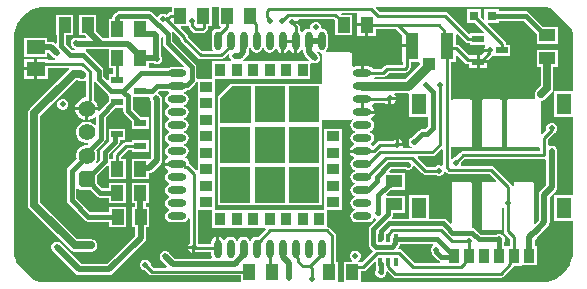
<source format=gbr>
G04*
G04 #@! TF.GenerationSoftware,Altium Limited,Altium Designer,23.0.1 (38)*
G04*
G04 Layer_Physical_Order=1*
G04 Layer_Color=255*
%FSLAX25Y25*%
%MOIN*%
G70*
G04*
G04 #@! TF.SameCoordinates,8F624F87-4904-4D54-B770-2945CE276165*
G04*
G04*
G04 #@! TF.FilePolarity,Positive*
G04*
G01*
G75*
%ADD14C,0.01000*%
%ADD16R,0.05906X0.04724*%
%ADD17R,0.03937X0.02362*%
%ADD18R,0.04134X0.05315*%
%ADD19R,0.04134X0.04331*%
%ADD20R,0.04331X0.08858*%
%ADD21R,0.05118X0.07087*%
%ADD22R,0.03543X0.04724*%
%ADD23R,0.05315X0.04134*%
%ADD24R,0.03150X0.03150*%
%ADD25R,0.01181X0.02756*%
%ADD45R,0.03937X0.03937*%
%ADD46R,0.10236X0.12205*%
%ADD47R,0.03543X0.04331*%
%ADD48R,0.04331X0.03543*%
%ADD49O,0.02362X0.06299*%
%ADD50O,0.06299X0.02362*%
%ADD51C,0.01500*%
%ADD52C,0.02000*%
%ADD53C,0.02500*%
%ADD54C,0.03000*%
%ADD55C,0.05512*%
G04:AMPARAMS|DCode=56|XSize=55.12mil|YSize=55.12mil|CornerRadius=13.78mil|HoleSize=0mil|Usage=FLASHONLY|Rotation=90.000|XOffset=0mil|YOffset=0mil|HoleType=Round|Shape=RoundedRectangle|*
%AMROUNDEDRECTD56*
21,1,0.05512,0.02756,0,0,90.0*
21,1,0.02756,0.05512,0,0,90.0*
1,1,0.02756,0.01378,0.01378*
1,1,0.02756,0.01378,-0.01378*
1,1,0.02756,-0.01378,-0.01378*
1,1,0.02756,-0.01378,0.01378*
%
%ADD56ROUNDEDRECTD56*%
%ADD57C,0.02000*%
%ADD58C,0.02500*%
G36*
X308272Y295631D02*
X350294D01*
Y293843D01*
X349985D01*
X349478Y293742D01*
X349047Y293455D01*
X348569Y292977D01*
X348520Y293026D01*
X347858Y293300D01*
X347142D01*
X346480Y293026D01*
X345974Y292520D01*
X345893Y292324D01*
X345403Y292226D01*
X344011Y293618D01*
X343498Y293960D01*
X342894Y294080D01*
X332747D01*
X332142Y293960D01*
X331630Y293618D01*
X331044Y293032D01*
X330701Y292519D01*
X330581Y291914D01*
Y291458D01*
X329294D01*
Y285095D01*
X327501D01*
X325205Y287390D01*
Y292957D01*
X319472D01*
Y286042D01*
X321362D01*
X321848Y285557D01*
X321656Y285095D01*
X319354D01*
X319353Y285095D01*
X319202Y285196D01*
X319025Y285231D01*
X318858Y285300D01*
X318677D01*
X318500Y285335D01*
X318323Y285300D01*
X318142D01*
X317975Y285231D01*
X317798Y285196D01*
X317647Y285095D01*
X317480Y285026D01*
X317353Y284898D01*
X317202Y284798D01*
X317102Y284647D01*
X316974Y284520D01*
X316905Y284353D01*
X316804Y284202D01*
X316769Y284025D01*
X316700Y283858D01*
Y283677D01*
X316665Y283500D01*
X316700Y283323D01*
Y283142D01*
X316769Y282975D01*
X316804Y282798D01*
X316905Y282647D01*
X316974Y282480D01*
X317102Y282353D01*
X317202Y282202D01*
X317443Y281962D01*
X318014Y281580D01*
X318020Y281543D01*
X317828Y281080D01*
X317122D01*
X315119Y283084D01*
Y286042D01*
X317528D01*
Y292957D01*
X311794D01*
Y286042D01*
X311958D01*
Y283369D01*
X311496Y283178D01*
X311333Y283341D01*
X310738Y283739D01*
X310035Y283879D01*
X308753D01*
Y285206D01*
X301247D01*
Y278881D01*
X308753D01*
Y280208D01*
X309275D01*
X310742Y278742D01*
X310892Y278641D01*
X311020Y278513D01*
X311187Y278444D01*
X311337Y278344D01*
X311427Y278326D01*
X311380Y277845D01*
X311374Y277825D01*
X308953D01*
Y278319D01*
X305500D01*
Y274957D01*
Y271595D01*
X308953D01*
Y275174D01*
X315955D01*
X316109Y274675D01*
X303022Y261588D01*
X302569Y260910D01*
X302410Y260110D01*
X302410Y260110D01*
Y229500D01*
X302410Y229500D01*
X302569Y228700D01*
X303022Y228022D01*
X316522Y214522D01*
X316522Y214522D01*
X317200Y214069D01*
X318000Y213910D01*
X323500D01*
X323702Y213950D01*
X323908D01*
X324098Y214029D01*
X324300Y214069D01*
X324471Y214183D01*
X324661Y214262D01*
X324807Y214408D01*
X324978Y214522D01*
X325092Y214693D01*
X325238Y214839D01*
X325317Y215029D01*
X325431Y215200D01*
X325471Y215402D01*
X325550Y215592D01*
Y215798D01*
X325590Y216000D01*
X325550Y216202D01*
Y216408D01*
X325471Y216598D01*
X325431Y216800D01*
X325317Y216971D01*
X325238Y217161D01*
X325092Y217307D01*
X324978Y217478D01*
X324807Y217592D01*
X324661Y217738D01*
X324471Y217817D01*
X324300Y217931D01*
X324098Y217971D01*
X323908Y218050D01*
X323702D01*
X323500Y218090D01*
X318866D01*
X306590Y230366D01*
Y259244D01*
X318561Y271215D01*
X318946D01*
X319486Y270854D01*
X320286Y270695D01*
X321085Y270854D01*
X321269Y270977D01*
X321710Y270742D01*
Y265378D01*
X321505D01*
X320550Y265122D01*
X319694Y264628D01*
X318994Y263928D01*
X318500Y263072D01*
X318246Y262122D01*
X322000D01*
X325754D01*
X325500Y263072D01*
X325006Y263928D01*
X324361Y264573D01*
Y270455D01*
X324861Y270606D01*
X324908Y270535D01*
X329061Y266383D01*
X329281Y266235D01*
X329294Y265741D01*
X329294Y265741D01*
Y264014D01*
X326224Y260943D01*
X325889Y261075D01*
X325831Y261122D01*
X322500D01*
Y257868D01*
X323450Y258122D01*
X324306Y258617D01*
X324648Y258959D01*
X325149Y258752D01*
Y256335D01*
X324648Y256128D01*
X324183Y256593D01*
X323373Y257062D01*
X322468Y257304D01*
X321532D01*
X320627Y257062D01*
X319817Y256593D01*
X319155Y255931D01*
X318686Y255121D01*
X318444Y254216D01*
Y253280D01*
X318686Y252376D01*
X319155Y251565D01*
X319817Y250903D01*
X320627Y250434D01*
X321532Y250192D01*
X322304D01*
X322541Y249774D01*
X322266Y249430D01*
X321532D01*
X320627Y249188D01*
X319817Y248720D01*
X319155Y248057D01*
X318686Y247247D01*
X318444Y246342D01*
Y245406D01*
X318624Y244733D01*
X315882Y241991D01*
X315540Y241479D01*
X315420Y240874D01*
Y231000D01*
X315540Y230395D01*
X315882Y229883D01*
X321382Y224382D01*
X321895Y224040D01*
X322500Y223920D01*
X329456D01*
Y222042D01*
X335190D01*
Y228958D01*
X329456D01*
Y227080D01*
X323155D01*
X318580Y231655D01*
Y234909D01*
X318771Y234967D01*
X319080Y235033D01*
X319772Y234571D01*
X320622Y234401D01*
X323364D01*
X325382Y232382D01*
X325895Y232040D01*
X326500Y231920D01*
X329294D01*
Y230043D01*
X335028D01*
Y236958D01*
X329294D01*
Y235080D01*
X327155D01*
X325599Y236636D01*
Y239364D01*
X328795Y242560D01*
X329294Y242352D01*
Y238042D01*
X335028D01*
Y244957D01*
X333487D01*
Y245612D01*
X335809Y247934D01*
X337169D01*
Y247279D01*
X342705D01*
Y251241D01*
X337169D01*
Y250585D01*
X335260D01*
X334753Y250484D01*
X334323Y250197D01*
X331224Y247099D01*
X330937Y246669D01*
X330836Y246161D01*
Y244957D01*
X329580D01*
Y246345D01*
X332565Y249330D01*
X332908Y249843D01*
X333028Y250448D01*
Y251019D01*
X334832D01*
Y254981D01*
X329294D01*
Y251019D01*
X329294D01*
X329438Y250673D01*
X326883Y248117D01*
X326540Y247605D01*
X326420Y247000D01*
Y244655D01*
X325378Y243613D01*
X324978Y243920D01*
X325314Y244501D01*
X325556Y245406D01*
Y246342D01*
X325314Y247247D01*
X325043Y247715D01*
X327846Y250518D01*
X328189Y251030D01*
X328309Y251635D01*
Y258559D01*
X331529Y261779D01*
X334201D01*
Y260921D01*
X334321Y260317D01*
X334664Y259804D01*
X337138Y257330D01*
Y257171D01*
X337169Y257018D01*
Y254759D01*
X342705D01*
Y258721D01*
X340090D01*
X339836Y259102D01*
X337362Y261576D01*
Y265519D01*
X342705D01*
X342705Y265519D01*
Y265519D01*
X342720Y265517D01*
X342849Y265478D01*
X343147Y265018D01*
X343182Y264841D01*
Y264660D01*
X343251Y264493D01*
X343287Y264315D01*
X343387Y264165D01*
X343456Y263998D01*
X343570Y263884D01*
Y245239D01*
X343118Y244787D01*
X342705Y244957D01*
Y244957D01*
X336972D01*
Y238042D01*
X342705D01*
Y240058D01*
X342820D01*
X343522Y240198D01*
X344117Y240596D01*
X346703Y243181D01*
X347101Y243777D01*
X347241Y244479D01*
Y264595D01*
X347101Y265297D01*
X346703Y265892D01*
X346280Y266316D01*
X346130Y266416D01*
X346002Y266544D01*
X345940Y266569D01*
X345829Y266849D01*
X345822Y267134D01*
X345833Y267169D01*
X346186Y267522D01*
X348925D01*
X349353Y267236D01*
X349576Y267192D01*
Y266682D01*
X349353Y266638D01*
X348698Y266200D01*
X348260Y265545D01*
X348106Y264772D01*
X348260Y263999D01*
X348698Y263343D01*
X349353Y262906D01*
X349576Y262861D01*
Y262351D01*
X349353Y262307D01*
X348698Y261869D01*
X348260Y261214D01*
X348106Y260441D01*
X348260Y259668D01*
X348698Y259013D01*
X349353Y258575D01*
X349576Y258530D01*
Y258021D01*
X349353Y257976D01*
X348698Y257539D01*
X348260Y256883D01*
X348106Y256110D01*
X348260Y255337D01*
X348698Y254682D01*
X349353Y254244D01*
X349576Y254200D01*
Y253690D01*
X349353Y253646D01*
X348698Y253208D01*
X348260Y252553D01*
X348106Y251780D01*
X348260Y251007D01*
X348698Y250351D01*
X349353Y249913D01*
X349576Y249869D01*
Y249359D01*
X349353Y249315D01*
X348698Y248877D01*
X348260Y248222D01*
X348106Y247449D01*
X348260Y246676D01*
X348698Y246021D01*
X349220Y245672D01*
X349247Y245428D01*
X349227Y245195D01*
X349205Y245126D01*
X348553Y244691D01*
X348071Y243969D01*
X348002Y243618D01*
X352095D01*
Y242618D01*
X348002D01*
X348071Y242267D01*
X348553Y241546D01*
X349205Y241110D01*
X349227Y241041D01*
X349247Y240808D01*
X349220Y240565D01*
X348698Y240216D01*
X348260Y239560D01*
X348106Y238787D01*
X348260Y238014D01*
X348698Y237359D01*
X349353Y236921D01*
X349576Y236877D01*
Y236367D01*
X349353Y236323D01*
X348698Y235885D01*
X348260Y235230D01*
X348106Y234457D01*
X348260Y233684D01*
X348698Y233028D01*
X349353Y232591D01*
X349576Y232546D01*
Y232036D01*
X349353Y231992D01*
X348698Y231554D01*
X348260Y230899D01*
X348106Y230126D01*
X348260Y229353D01*
X348698Y228698D01*
X349353Y228260D01*
X349576Y228216D01*
Y227706D01*
X349353Y227661D01*
X348698Y227224D01*
X348260Y226568D01*
X348106Y225795D01*
X348260Y225022D01*
X348698Y224367D01*
X349353Y223929D01*
X350126Y223775D01*
X354063D01*
X354836Y223929D01*
X355491Y224367D01*
X355905Y224986D01*
X355941Y224990D01*
X356404Y224685D01*
Y216982D01*
X356034Y216612D01*
X355772Y215979D01*
X357730D01*
Y215479D01*
X358230D01*
Y213521D01*
X358600Y213674D01*
X363453D01*
Y213000D01*
X363623Y212149D01*
X363659Y212095D01*
X363423Y211654D01*
X351441D01*
X349465Y213631D01*
X349314Y213731D01*
X349187Y213859D01*
X349020Y213928D01*
X348869Y214029D01*
X348692Y214064D01*
X348525Y214133D01*
X348344D01*
X348167Y214168D01*
X347990Y214133D01*
X347809D01*
X347642Y214064D01*
X347465Y214029D01*
X347314Y213928D01*
X347147Y213859D01*
X347020Y213731D01*
X346869Y213631D01*
X346769Y213480D01*
X346641Y213353D01*
X346572Y213186D01*
X346472Y213035D01*
X346436Y212858D01*
X346367Y212691D01*
Y212510D01*
X346332Y212333D01*
X346367Y212156D01*
Y211975D01*
X346436Y211808D01*
X346472Y211631D01*
X346572Y211480D01*
X346641Y211313D01*
X346769Y211186D01*
X346869Y211035D01*
X348798Y209106D01*
X348607Y208644D01*
X344230D01*
X343300Y209575D01*
Y209858D01*
X343026Y210520D01*
X342520Y211026D01*
X341858Y211300D01*
X341142D01*
X340480Y211026D01*
X339974Y210520D01*
X339700Y209858D01*
Y209142D01*
X339974Y208480D01*
X340480Y207974D01*
X341142Y207700D01*
X341425D01*
X342744Y206382D01*
X343174Y206094D01*
X343681Y205993D01*
X373294D01*
Y203794D01*
X308272D01*
X308243Y203788D01*
X306630Y203915D01*
X305029Y204300D01*
X304468Y204532D01*
X298524Y210476D01*
X298292Y211037D01*
X297907Y212638D01*
X297817Y213789D01*
X297786Y214280D01*
X297786Y214280D01*
X297786Y214773D01*
Y285146D01*
X297780Y285174D01*
X297907Y286787D01*
X298292Y288388D01*
X298922Y289910D01*
X299782Y291314D01*
X300852Y292566D01*
X302104Y293635D01*
X303508Y294495D01*
X305029Y295126D01*
X306630Y295510D01*
X308243Y295637D01*
X308272Y295631D01*
D02*
G37*
G36*
X365956Y289042D02*
X366503D01*
X366694Y288581D01*
X366248Y288135D01*
X365677Y288248D01*
X364904Y288094D01*
X364249Y287657D01*
X363811Y287001D01*
X363657Y286228D01*
Y282291D01*
X363811Y281518D01*
X364037Y281180D01*
X363770Y280680D01*
X360587D01*
X355909Y285358D01*
Y285523D01*
X355808Y286030D01*
X355521Y286460D01*
X353400Y288581D01*
X353591Y289042D01*
X355982D01*
X356047Y288714D01*
X356334Y288284D01*
X357504Y287114D01*
X357934Y286827D01*
X358441Y286726D01*
X358441Y286726D01*
X360542D01*
X361050Y286827D01*
X361480Y287114D01*
X362066Y287700D01*
X362353Y288130D01*
X362454Y288637D01*
Y289042D01*
X363705D01*
Y295631D01*
X365956D01*
Y289042D01*
D02*
G37*
G36*
X412272Y293158D02*
X412272D01*
Y290000D01*
X415339D01*
Y289500D01*
X415839D01*
Y285842D01*
X418405D01*
Y288175D01*
X425101D01*
X427220Y286055D01*
Y283000D01*
X430386D01*
Y282000D01*
X427220D01*
Y277071D01*
X427395D01*
Y276283D01*
X422229D01*
X421722Y276182D01*
X421292Y275895D01*
X420156Y274759D01*
X417612D01*
X417447Y275006D01*
X416725Y275488D01*
X415874Y275657D01*
X414405D01*
Y273433D01*
X413406D01*
Y275657D01*
X411937D01*
X411086Y275488D01*
X411028Y275449D01*
X410587Y275685D01*
Y279535D01*
X410525Y279848D01*
X410348Y280112D01*
X410084Y280289D01*
X409772Y280351D01*
X401885D01*
X401733Y280851D01*
X401751Y280863D01*
X402189Y281518D01*
X402343Y282291D01*
Y286228D01*
X402189Y287001D01*
X401751Y287657D01*
X401096Y288094D01*
X400587Y288196D01*
X400292Y288321D01*
X400127Y288719D01*
Y289108D01*
X399853Y289770D01*
X399347Y290276D01*
X398685Y290550D01*
X397969D01*
X397307Y290276D01*
X396801Y289770D01*
X396527Y289108D01*
Y288652D01*
X396095Y288228D01*
X395992Y288248D01*
X395219Y288094D01*
X394564Y287657D01*
X394215Y287134D01*
X393971Y287107D01*
X393738Y287127D01*
X393669Y287149D01*
X393234Y287801D01*
X392974Y287974D01*
Y289003D01*
X392874Y289511D01*
X392598Y289923D01*
X390500D01*
Y290923D01*
X392458D01*
X392385Y291097D01*
X392720Y291597D01*
X404280D01*
X404795Y291083D01*
Y286042D01*
X410528D01*
Y292957D01*
X406899D01*
X406768Y293131D01*
X407018Y293631D01*
X412208D01*
X412272Y293158D01*
D02*
G37*
G36*
X475268Y295510D02*
X476869Y295126D01*
X476879Y295121D01*
X483602Y288398D01*
X483606Y288388D01*
X483990Y286787D01*
X484117Y285174D01*
X484111Y285146D01*
Y267631D01*
X477943D01*
X477504Y267986D01*
X477590Y268420D01*
X477590Y268420D01*
Y275456D01*
X478958D01*
Y281190D01*
X472043D01*
Y275456D01*
X473410D01*
Y269286D01*
X471926Y267803D01*
X471812Y267632D01*
X471666Y267486D01*
X471588Y267296D01*
X471473Y267125D01*
X471433Y266923D01*
X471354Y266733D01*
Y266527D01*
X471314Y266325D01*
X471354Y266123D01*
Y265917D01*
X471433Y265727D01*
X471473Y265525D01*
X471563Y265390D01*
X471537Y265276D01*
X471292Y264899D01*
X471280Y264891D01*
X462866D01*
X462554Y264828D01*
X462289Y264652D01*
X462113Y264387D01*
X462050Y264075D01*
Y249508D01*
X462113Y249196D01*
X462289Y248931D01*
X462554Y248754D01*
X462866Y248692D01*
X472472D01*
X472675Y248732D01*
X473035Y248536D01*
X473174Y248413D01*
Y247325D01*
X447395D01*
X446887Y247225D01*
X446457Y246937D01*
X444867Y245347D01*
X444689D01*
X444028Y245073D01*
X443825Y244871D01*
X443326Y245078D01*
Y248837D01*
X443825Y248989D01*
X443864Y248931D01*
X444129Y248754D01*
X444441Y248692D01*
X449559D01*
X449871Y248754D01*
X450136Y248931D01*
X450313Y249196D01*
X450375Y249508D01*
Y264075D01*
X450313Y264387D01*
X450136Y264652D01*
X449871Y264828D01*
X449559Y264891D01*
X444441D01*
X444129Y264828D01*
X443864Y264652D01*
X443825Y264594D01*
X443326Y264745D01*
Y277071D01*
X445165D01*
Y279130D01*
X445627Y279321D01*
X447708Y277241D01*
X447708Y277241D01*
X448157Y276791D01*
X448587Y276504D01*
X449094Y276403D01*
X449594D01*
Y275079D01*
X452063D01*
Y277260D01*
Y279441D01*
X449594D01*
X449594Y279441D01*
Y279441D01*
X449594Y279441D01*
X449142Y279555D01*
X446017Y282681D01*
X445587Y282968D01*
X445165Y283052D01*
Y286307D01*
X445627Y286498D01*
X448323Y283803D01*
X448753Y283516D01*
X449260Y283415D01*
X449794D01*
Y282759D01*
X454692D01*
X454899Y282259D01*
X454773Y282133D01*
X454511Y281500D01*
X456468D01*
Y280500D01*
X454511D01*
X454571Y280355D01*
X453657Y279441D01*
X453063D01*
Y277760D01*
X455725D01*
X457035Y279070D01*
X457168Y279125D01*
X457668Y279019D01*
Y279019D01*
X457668Y279019D01*
X463205D01*
Y282981D01*
X461763D01*
Y283110D01*
X461662Y283617D01*
X461374Y284048D01*
X455758Y289663D01*
X455950Y290125D01*
X459328D01*
Y290920D01*
X467755D01*
X472043Y286632D01*
Y283133D01*
X478958D01*
Y288867D01*
X474277D01*
X469527Y293618D01*
X469014Y293960D01*
X468409Y294080D01*
X459328D01*
Y294875D01*
X454578D01*
Y291497D01*
X454116Y291306D01*
X453422Y292000D01*
Y294875D01*
X448672D01*
Y290125D01*
X451547D01*
X454490Y287183D01*
X454298Y286721D01*
X449794D01*
Y286721D01*
X449341Y286533D01*
X442437Y293437D01*
X442007Y293725D01*
X441500Y293826D01*
X419733D01*
X418390Y295169D01*
X418581Y295631D01*
X473626D01*
X473654Y295637D01*
X475268Y295510D01*
D02*
G37*
G36*
X392161Y280167D02*
X392512Y280237D01*
X393234Y280719D01*
X393428Y281009D01*
X394092Y281126D01*
X394226Y281024D01*
Y280439D01*
X394366Y279736D01*
X394764Y279141D01*
X396060Y277845D01*
X395869Y277383D01*
X391583D01*
X391452Y277383D01*
X391084D01*
X390952Y277383D01*
X386072D01*
X385940Y277383D01*
X385572D01*
X385440Y277383D01*
X380560D01*
X380428Y277383D01*
X380060D01*
X379928Y277383D01*
X375048D01*
X374917Y277383D01*
X374548D01*
X374340Y277383D01*
X374189Y277883D01*
X374370Y278004D01*
X375567Y279201D01*
X375965Y279796D01*
X376104Y280499D01*
Y281368D01*
X376205Y281518D01*
X376249Y281741D01*
X376759D01*
X376803Y281518D01*
X377241Y280863D01*
X377896Y280425D01*
X378669Y280271D01*
X379442Y280425D01*
X380098Y280863D01*
X380535Y281518D01*
X380580Y281741D01*
X381089D01*
X381134Y281518D01*
X381572Y280863D01*
X382227Y280425D01*
X383000Y280271D01*
X383773Y280425D01*
X384428Y280863D01*
X384777Y281385D01*
X385021Y281412D01*
X385254Y281393D01*
X385323Y281370D01*
X385758Y280719D01*
X386480Y280237D01*
X386831Y280167D01*
Y284260D01*
X387831D01*
Y280167D01*
X388182Y280237D01*
X388903Y280719D01*
X389195Y281156D01*
X389797D01*
X390089Y280719D01*
X390810Y280237D01*
X391161Y280167D01*
Y284260D01*
X392161D01*
Y280167D01*
D02*
G37*
G36*
X353258Y284974D02*
Y284809D01*
X353359Y284302D01*
X353646Y283872D01*
X359101Y278417D01*
X359531Y278130D01*
X360038Y278029D01*
X360038Y278029D01*
X366716D01*
X367223Y278130D01*
X367653Y278417D01*
X369087Y279852D01*
X369412Y279716D01*
X369549Y279606D01*
Y279479D01*
X369514Y279302D01*
X369549Y279124D01*
Y278943D01*
X369618Y278777D01*
X369653Y278599D01*
X369754Y278449D01*
X369823Y278282D01*
X369951Y278154D01*
X370051Y278004D01*
X370201Y277903D01*
X370222Y277883D01*
X370072Y277388D01*
X370069Y277383D01*
X369536D01*
X369405Y277383D01*
X369036D01*
X368905Y277383D01*
X363893D01*
Y271477D01*
X359080D01*
X358972Y271477D01*
X358580Y271740D01*
Y275500D01*
X358460Y276105D01*
X358118Y276618D01*
X350580Y284155D01*
Y286394D01*
X350460Y286999D01*
X350327Y287197D01*
X350715Y287516D01*
X353258Y284974D01*
D02*
G37*
G36*
X399550Y280425D02*
X400246Y280287D01*
X400465Y279974D01*
X400545Y279806D01*
X400491Y279535D01*
Y270338D01*
X400335Y269902D01*
X399991Y269902D01*
X377082D01*
X377082Y269902D01*
X376701Y269918D01*
X376588Y269918D01*
X370520D01*
X370520Y269918D01*
X370208Y269856D01*
X369943Y269679D01*
X369943Y269679D01*
X365888Y265624D01*
X365711Y265359D01*
X365649Y265047D01*
X365649Y265047D01*
Y257010D01*
X365649Y256898D01*
X365665Y256517D01*
X365665Y256517D01*
Y242712D01*
Y229326D01*
X400335D01*
Y242712D01*
Y256098D01*
Y257801D01*
X400464Y257896D01*
X400835Y258022D01*
X400995Y257916D01*
X401307Y257854D01*
X409772D01*
X410084Y257916D01*
X410348Y258092D01*
X410670Y258071D01*
X410619Y257612D01*
X410509Y257539D01*
X410071Y256883D01*
X409917Y256110D01*
X410071Y255337D01*
X410509Y254682D01*
X411164Y254244D01*
X411387Y254200D01*
Y253690D01*
X411164Y253646D01*
X410509Y253208D01*
X410071Y252553D01*
X409917Y251780D01*
X410071Y251007D01*
X410509Y250351D01*
X411031Y250002D01*
X411058Y249759D01*
X411038Y249525D01*
X411016Y249457D01*
X410364Y249021D01*
X409882Y248300D01*
X409813Y247949D01*
X413905D01*
Y246949D01*
X409813D01*
X409882Y246598D01*
X410364Y245876D01*
X411016Y245441D01*
X411038Y245372D01*
X411058Y245139D01*
X411031Y244895D01*
X410509Y244546D01*
X410071Y243891D01*
X409917Y243118D01*
X410071Y242345D01*
X410509Y241690D01*
X411164Y241252D01*
X411387Y241208D01*
Y240698D01*
X411164Y240653D01*
X410509Y240216D01*
X410071Y239560D01*
X409917Y238787D01*
X410071Y238014D01*
X410509Y237359D01*
X411164Y236921D01*
X411387Y236877D01*
Y236367D01*
X411164Y236323D01*
X410509Y235885D01*
X410071Y235230D01*
X409917Y234457D01*
X410071Y233684D01*
X410509Y233028D01*
X411164Y232591D01*
X411387Y232546D01*
Y232036D01*
X411164Y231992D01*
X410509Y231554D01*
X410071Y230899D01*
X409917Y230126D01*
X410071Y229353D01*
X410509Y228698D01*
X411164Y228260D01*
X411387Y228216D01*
Y227706D01*
X411164Y227661D01*
X410509Y227224D01*
X410071Y226568D01*
X409917Y225795D01*
X410071Y225022D01*
X410509Y224367D01*
X411164Y223929D01*
X411937Y223775D01*
X415874D01*
X416647Y223929D01*
X417302Y224367D01*
X417734Y225013D01*
X417787Y225090D01*
X417984Y225150D01*
X418251Y225007D01*
X418343Y224426D01*
X416468Y222551D01*
X416125Y222038D01*
X416005Y221433D01*
Y216398D01*
X416125Y215793D01*
X416468Y215281D01*
X417255Y214494D01*
X417362Y213894D01*
X413867Y210399D01*
X413367Y210457D01*
Y210457D01*
X412579D01*
X412480Y210958D01*
X412520Y210974D01*
X413026Y211480D01*
X413300Y212142D01*
Y212858D01*
X413026Y213520D01*
X412520Y214026D01*
X411858Y214300D01*
X411142D01*
X410480Y214026D01*
X409974Y213520D01*
X409700Y212858D01*
Y212142D01*
X409974Y211480D01*
X410480Y210974D01*
X410520Y210958D01*
X410421Y210457D01*
X407633D01*
Y203794D01*
X405690D01*
Y210457D01*
X405190D01*
Y219136D01*
X405089Y219643D01*
X404802Y220073D01*
X402937Y221937D01*
X402507Y222225D01*
X402107Y222304D01*
Y227751D01*
X407028D01*
Y232763D01*
X407028Y232894D01*
Y233263D01*
X407028Y233395D01*
Y238275D01*
X407028Y238406D01*
Y238775D01*
X407028Y238906D01*
Y243787D01*
X407028Y243918D01*
Y244287D01*
X407028Y244418D01*
Y249298D01*
X407028Y249430D01*
Y249798D01*
X407028Y249930D01*
Y254942D01*
X401098D01*
Y249930D01*
X401098Y249798D01*
Y249430D01*
X401098Y249298D01*
Y244418D01*
X401098Y244287D01*
Y243918D01*
X401098Y243787D01*
Y238906D01*
X401098Y238775D01*
Y238406D01*
X401098Y238275D01*
Y233395D01*
X401098Y233263D01*
Y232894D01*
X401098Y232763D01*
Y227776D01*
X396964D01*
Y227776D01*
X396595D01*
Y227776D01*
X391452D01*
Y227776D01*
X391083D01*
Y227776D01*
X385940D01*
Y227776D01*
X385572D01*
Y227776D01*
X380560D01*
X380428Y227776D01*
X380060D01*
X379928Y227776D01*
X375048D01*
X374917Y227776D01*
X374548D01*
X374416Y227776D01*
X369536D01*
X369405Y227776D01*
X369036D01*
X368905Y227776D01*
X364902D01*
Y232894D01*
X364902D01*
Y233263D01*
X364902D01*
Y238406D01*
X364902D01*
Y238775D01*
X364902D01*
Y243787D01*
X364902Y243918D01*
Y244287D01*
X364902Y244418D01*
Y249298D01*
X364902Y249430D01*
Y249798D01*
X364902Y249930D01*
Y254810D01*
X364902Y254942D01*
Y255310D01*
X364902Y255442D01*
Y260322D01*
X364902Y260454D01*
Y260822D01*
X364902Y260953D01*
Y265834D01*
X364902Y265965D01*
Y266334D01*
X364902Y266465D01*
Y271452D01*
X368905D01*
X369036Y271452D01*
X369405D01*
X369536Y271452D01*
X374416D01*
X374548Y271452D01*
X374917D01*
X375048Y271452D01*
X379928D01*
X380060Y271452D01*
X380428D01*
X380560Y271452D01*
X385440D01*
X385572Y271452D01*
X385940D01*
X386072Y271452D01*
X390952D01*
X391084Y271452D01*
X391452D01*
X391583Y271452D01*
X396595D01*
Y276652D01*
X396732Y276766D01*
X397095Y276926D01*
X397147Y276905D01*
X397298Y276804D01*
X397475Y276769D01*
X397642Y276700D01*
X397823D01*
X398000Y276665D01*
X398177Y276700D01*
X398358D01*
X398525Y276769D01*
X398702Y276804D01*
X398853Y276905D01*
X399020Y276974D01*
X399147Y277102D01*
X399298Y277202D01*
X399398Y277353D01*
X399526Y277480D01*
X399595Y277647D01*
X399696Y277798D01*
X399731Y277975D01*
X399800Y278142D01*
Y278323D01*
X399835Y278500D01*
X399800Y278677D01*
Y278858D01*
X399731Y279025D01*
X399696Y279202D01*
X399595Y279353D01*
X399526Y279520D01*
X399398Y279647D01*
X399298Y279798D01*
X398711Y280384D01*
X399030Y280772D01*
X399550Y280425D01*
D02*
G37*
G36*
X347420Y285317D02*
Y283500D01*
X347540Y282895D01*
X347883Y282382D01*
X354362Y275903D01*
X354115Y275443D01*
X354063Y275453D01*
X350126D01*
X349353Y275299D01*
X348925Y275013D01*
X343194D01*
X342705Y275043D01*
Y276665D01*
X344290D01*
X344334Y276621D01*
X344501Y276551D01*
X344651Y276451D01*
X344829Y276416D01*
X344995Y276346D01*
X345176D01*
X345354Y276311D01*
X345531Y276346D01*
X345712D01*
X345879Y276416D01*
X346056Y276451D01*
X346206Y276551D01*
X346373Y276621D01*
X346501Y276748D01*
X346651Y276849D01*
X346752Y276999D01*
X346880Y277127D01*
X346949Y277294D01*
X347049Y277444D01*
X347084Y277621D01*
X347153Y277788D01*
Y277969D01*
X347189Y278146D01*
X347153Y278324D01*
Y278504D01*
X347084Y278672D01*
X347049Y278849D01*
X346949Y278999D01*
X346880Y279166D01*
X346835Y279210D01*
Y285106D01*
X347335Y285374D01*
X347420Y285317D01*
D02*
G37*
G36*
X433148Y276571D02*
X428025Y271447D01*
X418111D01*
X417856Y271947D01*
X417972Y272108D01*
X420705D01*
X421212Y272208D01*
X421642Y272496D01*
X422778Y273632D01*
X428135D01*
X428642Y273733D01*
X429072Y274020D01*
X429658Y274606D01*
X429945Y275036D01*
X430046Y275543D01*
Y277071D01*
X432941D01*
X433148Y276571D01*
D02*
G37*
G36*
X329294Y275043D02*
X330737D01*
Y273221D01*
X329294D01*
Y271272D01*
X328833Y271081D01*
X327606Y272308D01*
Y274220D01*
X327486Y274825D01*
X327143Y275338D01*
X321863Y280617D01*
X321802Y280658D01*
X321693Y281333D01*
X321764Y281424D01*
X329294D01*
Y275043D01*
D02*
G37*
G36*
X429428Y266449D02*
Y258944D01*
X435766D01*
Y255693D01*
X434805Y254732D01*
X433797D01*
X433192Y254612D01*
X432679Y254270D01*
X430603Y252194D01*
X430073Y251974D01*
X429567Y251468D01*
X429293Y250806D01*
Y250090D01*
X429567Y249429D01*
X430073Y248922D01*
X430307Y248826D01*
X430207Y248325D01*
X427719D01*
X427385Y248826D01*
X427458Y249000D01*
X425500D01*
Y249500D01*
X425000D01*
Y251458D01*
X424367Y251196D01*
X423997Y250826D01*
X419710D01*
X419203Y250725D01*
X418773Y250437D01*
X417393Y249057D01*
X416795Y249457D01*
X416773Y249525D01*
X416753Y249759D01*
X416780Y250002D01*
X417302Y250351D01*
X417740Y251007D01*
X417894Y251780D01*
X417740Y252553D01*
X417302Y253208D01*
X416647Y253646D01*
X416424Y253690D01*
Y254200D01*
X416647Y254244D01*
X417302Y254682D01*
X417740Y255337D01*
X417894Y256110D01*
X417740Y256883D01*
X417302Y257539D01*
X416780Y257888D01*
X416753Y258131D01*
X416773Y258364D01*
X416795Y258433D01*
X417447Y258868D01*
X417929Y259590D01*
X417998Y259941D01*
X413905D01*
Y260941D01*
X417998D01*
X417929Y261292D01*
X417447Y262013D01*
X417009Y262306D01*
Y262907D01*
X417447Y263199D01*
X417688Y263560D01*
X421611D01*
X421867Y263304D01*
X422500Y263042D01*
Y265000D01*
X423000D01*
Y265500D01*
X424958D01*
X424695Y266133D01*
X424571Y266257D01*
X424778Y266757D01*
X428996D01*
X429042Y266766D01*
X429428Y266449D01*
D02*
G37*
G36*
X376701Y256898D02*
X366465D01*
Y265047D01*
X370520Y269102D01*
X376701D01*
Y256898D01*
D02*
G37*
G36*
X440674Y247936D02*
Y242982D01*
X440174Y242648D01*
X439893Y242765D01*
X439177D01*
X438516Y242491D01*
X438315Y242290D01*
X435343D01*
X432420Y245213D01*
X432611Y245674D01*
X437157D01*
X437664Y245775D01*
X438094Y246063D01*
X440174Y248143D01*
X440674Y247936D01*
D02*
G37*
G36*
X358972Y270404D02*
Y266465D01*
X358972Y266334D01*
Y265965D01*
X358972Y265834D01*
Y260953D01*
X358972Y260822D01*
Y260454D01*
X358972Y260322D01*
Y255442D01*
X358972Y255310D01*
Y254942D01*
X358972Y254810D01*
Y249930D01*
X358972Y249798D01*
Y249430D01*
X358972Y249298D01*
Y244418D01*
X358972Y244287D01*
Y243918D01*
X358972Y243787D01*
Y241313D01*
X358472Y241106D01*
X356421Y243156D01*
X356258Y243265D01*
X356118Y243969D01*
X355635Y244691D01*
X354984Y245126D01*
X354962Y245195D01*
X354942Y245428D01*
X354969Y245672D01*
X355491Y246021D01*
X355929Y246676D01*
X356083Y247449D01*
X355929Y248222D01*
X355491Y248877D01*
X354836Y249315D01*
X354613Y249359D01*
Y249869D01*
X354836Y249913D01*
X355491Y250351D01*
X355929Y251007D01*
X356083Y251780D01*
X355929Y252553D01*
X355491Y253208D01*
X354836Y253646D01*
X354613Y253690D01*
Y254200D01*
X354836Y254244D01*
X355491Y254682D01*
X355929Y255337D01*
X356083Y256110D01*
X355929Y256883D01*
X355491Y257539D01*
X354836Y257976D01*
X354613Y258021D01*
Y258530D01*
X354836Y258575D01*
X355491Y259013D01*
X355929Y259668D01*
X356083Y260441D01*
X355929Y261214D01*
X355491Y261869D01*
X354836Y262307D01*
X354613Y262351D01*
Y262861D01*
X354836Y262906D01*
X355491Y263343D01*
X355929Y263999D01*
X356083Y264772D01*
X355929Y265545D01*
X355491Y266200D01*
X354836Y266638D01*
X354613Y266682D01*
Y267192D01*
X354836Y267236D01*
X355491Y267674D01*
X355595Y267829D01*
X355968Y267903D01*
X356481Y268246D01*
X358118Y269882D01*
X358460Y270395D01*
X358472Y270454D01*
X358972Y270404D01*
D02*
G37*
G36*
X433856Y240027D02*
X434286Y239740D01*
X434794Y239639D01*
X438315D01*
X438516Y239439D01*
X439177Y239165D01*
X439893D01*
X440555Y239439D01*
X441061Y239945D01*
X441218Y240323D01*
X441797Y240450D01*
X441937Y240310D01*
X442368Y240023D01*
X442875Y239922D01*
X442875Y239922D01*
X456321D01*
X458528Y237715D01*
X458337Y237253D01*
X454441D01*
X454129Y237191D01*
X453864Y237014D01*
X453687Y236749D01*
X453625Y236437D01*
Y221870D01*
X453687Y221558D01*
X453864Y221293D01*
X454129Y221116D01*
X454441Y221054D01*
X459559D01*
X459871Y221116D01*
X460136Y221293D01*
X460313Y221558D01*
X460375Y221870D01*
Y228582D01*
X460833Y228744D01*
X461174Y228442D01*
Y220736D01*
X461275Y220229D01*
X461563Y219799D01*
X463174Y218187D01*
Y215862D01*
X461728D01*
Y215662D01*
X461080D01*
Y217112D01*
X461300Y217642D01*
Y218358D01*
X461026Y219020D01*
X460520Y219526D01*
X459858Y219800D01*
X459142D01*
X458612Y219580D01*
X453435D01*
X451577Y221438D01*
X451065Y221780D01*
X450460Y221901D01*
X450375D01*
Y236437D01*
X450313Y236749D01*
X450136Y237014D01*
X449871Y237191D01*
X449559Y237253D01*
X444441D01*
X444129Y237191D01*
X443864Y237014D01*
X443687Y236749D01*
X443625Y236437D01*
Y223506D01*
X443125Y223299D01*
X441964Y224461D01*
X441451Y224803D01*
X440846Y224924D01*
X436146D01*
Y232985D01*
X429428D01*
Y224924D01*
X423944D01*
X423777Y225424D01*
X424053Y225836D01*
X424173Y226441D01*
Y226795D01*
X427957D01*
Y232528D01*
X421987D01*
X421796Y232990D01*
X423278Y234472D01*
X427957D01*
Y240206D01*
X422994D01*
X422802Y240668D01*
X423555Y241420D01*
X425747D01*
X425769Y241415D01*
X427939D01*
X427980Y241374D01*
X428642Y241100D01*
X429358D01*
X430020Y241374D01*
X430526Y241880D01*
X430752Y242425D01*
X431262Y242622D01*
X433856Y240027D01*
D02*
G37*
G36*
X475165Y244325D02*
Y236241D01*
X473202Y234279D01*
X472804Y233684D01*
X472665Y232981D01*
Y224427D01*
X471506Y223268D01*
X471044Y223460D01*
Y236437D01*
X470982Y236749D01*
X470805Y237014D01*
X470541Y237191D01*
X470228Y237253D01*
X465110D01*
X464798Y237191D01*
X464534Y237014D01*
X464357Y236749D01*
X464295Y236437D01*
Y235822D01*
X463795Y235773D01*
X463725Y236125D01*
X463437Y236555D01*
X457807Y242184D01*
X457377Y242472D01*
X456870Y242573D01*
X447042D01*
X446764Y242988D01*
X446847Y243189D01*
Y243578D01*
X447944Y244674D01*
X474500D01*
X474665Y244707D01*
X475165Y244325D01*
D02*
G37*
G36*
X363893Y221846D02*
X368905D01*
X369036Y221846D01*
X369405D01*
X369536Y221846D01*
X374416D01*
X374548Y221846D01*
X374917D01*
X375048Y221846D01*
X379928D01*
X380060Y221846D01*
X380428D01*
X380560Y221846D01*
X381589D01*
X381781Y221384D01*
X379240Y218843D01*
X378669Y218957D01*
X377896Y218803D01*
X377241Y218365D01*
X376803Y217710D01*
X376759Y217487D01*
X376249D01*
X376205Y217710D01*
X375767Y218365D01*
X375112Y218803D01*
X374339Y218957D01*
X373566Y218803D01*
X372910Y218365D01*
X372472Y217710D01*
X372428Y217487D01*
X371918D01*
X371874Y217710D01*
X371436Y218365D01*
X370781Y218803D01*
X370008Y218957D01*
X369235Y218803D01*
X368580Y218365D01*
X368231Y217843D01*
X367987Y217816D01*
X367754Y217836D01*
X367685Y217858D01*
X367250Y218510D01*
X366528Y218992D01*
X366177Y219061D01*
Y214968D01*
X365177D01*
Y219061D01*
X364826Y218992D01*
X364105Y218510D01*
X363623Y217788D01*
X363453Y216937D01*
Y216325D01*
X359544D01*
X359425Y216612D01*
X359055Y216982D01*
Y227751D01*
X363893D01*
Y221846D01*
D02*
G37*
G36*
X437493Y216031D02*
X437480Y216026D01*
X436974Y215520D01*
X436700Y214858D01*
Y214142D01*
X436974Y213480D01*
X437108Y213346D01*
X437136Y213209D01*
X437478Y212696D01*
X439118Y211057D01*
X439630Y210714D01*
X439887Y210663D01*
X439838Y210163D01*
X431369D01*
X427136Y214396D01*
X426706Y214684D01*
X426198Y214785D01*
X425896D01*
X425705Y215247D01*
X426017Y215559D01*
X426360Y216071D01*
X426397Y216259D01*
X426450D01*
Y216523D01*
X426451Y216531D01*
X437393D01*
X437493Y216031D01*
D02*
G37*
G36*
X477853Y267377D02*
Y258944D01*
X484111D01*
Y232985D01*
X477853D01*
Y224298D01*
X484111D01*
Y214280D01*
X484117Y214251D01*
X483990Y212638D01*
X483606Y211037D01*
X482976Y209516D01*
X482115Y208112D01*
X481046Y206860D01*
X479794Y205790D01*
X478390Y204930D01*
X476869Y204300D01*
X475268Y203915D01*
X474117Y203825D01*
X473626Y203794D01*
X473626Y203794D01*
X473134Y203794D01*
X413367D01*
Y207541D01*
X414209D01*
X414716Y207642D01*
X415146Y207929D01*
X418088Y210871D01*
X418121Y210858D01*
X418510Y210540D01*
X418390Y209935D01*
Y207817D01*
X418200Y207358D01*
Y206642D01*
X418474Y205980D01*
X418980Y205474D01*
X419642Y205200D01*
X420358D01*
X421020Y205474D01*
X421526Y205980D01*
X421800Y206642D01*
Y207151D01*
X422300Y207358D01*
X423957Y205700D01*
X424387Y205413D01*
X424894Y205312D01*
X460138D01*
X460645Y205413D01*
X461075Y205700D01*
X464166Y208791D01*
X464397Y209138D01*
X467272D01*
Y209338D01*
X472072D01*
Y215662D01*
X471335D01*
Y217907D01*
X472059Y218630D01*
X472272Y218772D01*
X473326Y219827D01*
X473468Y220040D01*
X475798Y222369D01*
X476196Y222965D01*
X476335Y223667D01*
Y232221D01*
X478298Y234184D01*
X478696Y234779D01*
X478835Y235481D01*
Y247500D01*
X478800Y247677D01*
Y247858D01*
X478731Y248025D01*
X478696Y248202D01*
X478595Y248353D01*
X478526Y248520D01*
X478398Y248647D01*
X478298Y248798D01*
X478148Y248898D01*
X478020Y249026D01*
X477853Y249095D01*
X477702Y249196D01*
X477525Y249231D01*
X477358Y249300D01*
X477177D01*
X477000Y249335D01*
X476823Y249300D01*
X476642D01*
X476475Y249231D01*
X476326Y249201D01*
X476289Y249200D01*
X475904Y249403D01*
X475826Y249503D01*
Y251294D01*
X477937Y253406D01*
X477969Y253453D01*
X478020Y253474D01*
X478526Y253980D01*
X478800Y254642D01*
Y255358D01*
X478526Y256020D01*
X478020Y256526D01*
X477358Y256800D01*
X476642D01*
X475980Y256526D01*
X475474Y256020D01*
X475200Y255358D01*
Y254642D01*
X475266Y254483D01*
X473788Y253006D01*
X473288Y253213D01*
Y263748D01*
X473375Y264112D01*
X473758Y264275D01*
X473812D01*
X474002Y264354D01*
X474204Y264394D01*
X474375Y264508D01*
X474566Y264587D01*
X474711Y264732D01*
X474882Y264847D01*
X476978Y266942D01*
X476978Y266942D01*
X477353Y267505D01*
X477853Y267377D01*
D02*
G37*
%LPC*%
G36*
X304500Y278319D02*
X301047D01*
Y275457D01*
X304500D01*
Y278319D01*
D02*
G37*
G36*
Y274457D02*
X301047D01*
Y271595D01*
X304500D01*
Y274457D01*
D02*
G37*
G36*
X314358Y264800D02*
X313642D01*
X312980Y264526D01*
X312474Y264020D01*
X312200Y263358D01*
Y262642D01*
X312474Y261980D01*
X312980Y261474D01*
X313642Y261200D01*
X314358D01*
X315020Y261474D01*
X315526Y261980D01*
X315800Y262642D01*
Y263358D01*
X315526Y264020D01*
X315020Y264526D01*
X314358Y264800D01*
D02*
G37*
G36*
X321500Y261122D02*
X318246D01*
X318500Y260172D01*
X318994Y259316D01*
X319694Y258617D01*
X320550Y258122D01*
X321500Y257868D01*
Y261122D01*
D02*
G37*
G36*
X357230Y214979D02*
X355772D01*
X356034Y214346D01*
X356597Y213783D01*
X357230Y213521D01*
Y214979D01*
D02*
G37*
G36*
X342705Y236958D02*
X336972D01*
Y230043D01*
X338003D01*
Y228958D01*
X337133D01*
Y222042D01*
X338165D01*
Y219164D01*
X328836Y209835D01*
X320260D01*
X313298Y216798D01*
X313147Y216898D01*
X313020Y217026D01*
X312853Y217095D01*
X312702Y217196D01*
X312525Y217231D01*
X312358Y217300D01*
X312177D01*
X312000Y217335D01*
X311823Y217300D01*
X311642D01*
X311475Y217231D01*
X311298Y217196D01*
X311147Y217095D01*
X310980Y217026D01*
X310853Y216898D01*
X310702Y216798D01*
X310602Y216647D01*
X310474Y216520D01*
X310405Y216353D01*
X310304Y216202D01*
X310269Y216025D01*
X310200Y215858D01*
Y215677D01*
X310165Y215500D01*
X310200Y215323D01*
Y215142D01*
X310269Y214975D01*
X310304Y214798D01*
X310405Y214647D01*
X310474Y214480D01*
X310602Y214353D01*
X310702Y214202D01*
X318202Y206702D01*
X318798Y206304D01*
X319500Y206165D01*
X329596D01*
X330298Y206304D01*
X330894Y206702D01*
X341298Y217106D01*
X341696Y217702D01*
X341835Y218404D01*
Y222042D01*
X342867D01*
Y228958D01*
X341674D01*
Y230043D01*
X342705D01*
Y236958D01*
D02*
G37*
G36*
X414839Y289000D02*
X412272D01*
Y285842D01*
X414839D01*
Y289000D01*
D02*
G37*
G36*
X455532Y276760D02*
X453063D01*
Y275079D01*
X455532D01*
Y276760D01*
D02*
G37*
G36*
X459559Y264891D02*
X454441D01*
X454129Y264828D01*
X453864Y264652D01*
X453687Y264387D01*
X453625Y264075D01*
Y249508D01*
X453687Y249196D01*
X453864Y248931D01*
X454129Y248754D01*
X454441Y248692D01*
X459559D01*
X459871Y248754D01*
X460136Y248931D01*
X460313Y249196D01*
X460375Y249508D01*
Y264075D01*
X460313Y264387D01*
X460136Y264652D01*
X459871Y264828D01*
X459559Y264891D01*
D02*
G37*
G36*
X424958Y264500D02*
X423500D01*
Y263042D01*
X424133Y263304D01*
X424695Y263867D01*
X424958Y264500D01*
D02*
G37*
G36*
X426000Y251458D02*
Y250000D01*
X427458D01*
X427196Y250633D01*
X426633Y251196D01*
X426000Y251458D01*
D02*
G37*
%LPD*%
D14*
X440105Y221115D02*
X443720Y217500D01*
X449500D01*
X423169Y220168D02*
Y220353D01*
X422590Y219590D02*
X423169Y220168D01*
Y220353D02*
X423930Y221115D01*
X422590Y218528D02*
Y219590D01*
X423930Y221115D02*
X440105D01*
X422500Y218437D02*
X422590Y218528D01*
X449500Y212500D02*
Y217500D01*
X418802Y213459D02*
X426198D01*
X446865Y208838D02*
X448228Y210202D01*
X430820Y208838D02*
X446865D01*
X410500Y207299D02*
X412067Y208866D01*
X448228Y211228D02*
X449500Y212500D01*
X448228Y210202D02*
Y211228D01*
X426198Y213459D02*
X430820Y208838D01*
X412067Y208866D02*
X414209D01*
X418802Y213459D01*
X410500Y207000D02*
Y207299D01*
X437157Y247000D02*
X439700Y249543D01*
X419756Y247000D02*
X437157D01*
X415874Y243118D02*
X419756Y247000D01*
X430558Y245200D02*
X434794Y240965D01*
X421918Y245200D02*
X430558D01*
X415505Y238787D02*
X421918Y245200D01*
X417662Y247452D02*
X419710Y249500D01*
X425500D01*
X413905Y247449D02*
X413909Y247452D01*
X417662D01*
X439700Y249543D02*
Y269409D01*
X348768Y291661D02*
X349128D01*
X348606Y291500D02*
X354583Y285523D01*
X347500Y291500D02*
X348606D01*
X348768Y291661D01*
X354583Y284809D02*
Y285523D01*
Y284809D02*
X360038Y279354D01*
X349985Y292518D02*
X353144D01*
X349128Y291661D02*
X349985Y292518D01*
X360038Y279354D02*
X366716D01*
X442000Y242122D02*
X442875Y241247D01*
X442000Y242122D02*
Y282500D01*
X442875Y241247D02*
X456870D01*
X434794Y240965D02*
X439535D01*
X445047Y243653D02*
X447395Y246000D01*
X474500D01*
X445047Y243547D02*
Y243653D01*
X456870Y241247D02*
X462500Y235617D01*
X305000Y274957D02*
X306543Y276500D01*
X320564D01*
X357730Y215479D02*
Y239973D01*
X355484Y242218D02*
X357730Y239973D01*
X357500Y215000D02*
Y215479D01*
Y215000D02*
X357730D01*
X365646D01*
X390500Y290152D02*
Y290423D01*
Y290152D02*
X391649Y289003D01*
Y284272D02*
Y289003D01*
Y284272D02*
X391661Y284260D01*
X389173Y292923D02*
X404829D01*
X387000Y290750D02*
X389173Y292923D01*
X383250Y290750D02*
Y291021D01*
X357272Y289221D02*
X358441Y288052D01*
X357272Y289221D02*
Y290728D01*
X358441Y288052D02*
X360542D01*
X382079Y292191D02*
X383250Y291021D01*
X382079Y292191D02*
Y294250D01*
X357250Y290750D02*
X357272Y290728D01*
X353144Y292518D02*
X353161Y292500D01*
X382079Y294250D02*
X382786Y294957D01*
X360839Y292500D02*
X361128Y292210D01*
Y288637D02*
Y292210D01*
X360542Y288052D02*
X361128Y288637D01*
X322863Y264292D02*
X323036Y264464D01*
X322000Y261622D02*
X322863Y262485D01*
Y264292D01*
X323036Y264464D02*
Y274028D01*
X320564Y276500D02*
X323036Y274028D01*
X420705Y273433D02*
X422229Y274958D01*
X413905Y273433D02*
X420705D01*
X422229Y274958D02*
X428135D01*
X413905Y238787D02*
X415505D01*
X453350Y277260D02*
X456277Y280187D01*
Y280809D01*
X456468Y281000D01*
X452563Y277260D02*
X453350D01*
X460437Y281000D02*
Y283110D01*
X451047Y292500D02*
X460437Y283110D01*
X379835Y217563D02*
X383271Y221000D01*
X378669Y216568D02*
X379664Y217563D01*
X379835D01*
X396500Y221000D02*
X402000D01*
X403864Y219136D01*
Y208041D02*
Y219136D01*
X378669Y214968D02*
Y216568D01*
X383271Y221000D02*
X396500D01*
X375842Y207319D02*
X376161Y207000D01*
X341500Y209500D02*
X343681Y207319D01*
X375842D01*
X396984Y205160D02*
X397176Y204969D01*
X396984Y205160D02*
Y208410D01*
X413905Y243118D02*
X415874D01*
X474500Y246000D02*
Y251843D01*
X477000Y254343D02*
Y255000D01*
X474500Y251843D02*
X477000Y254343D01*
X414020Y264886D02*
X422886D01*
X423000Y265000D01*
X335260Y249260D02*
X339937D01*
X332161Y241500D02*
Y246161D01*
X335260Y249260D01*
X419971Y207030D02*
X420000Y207000D01*
X383000Y207339D02*
X383339Y207000D01*
X383000Y207339D02*
Y214968D01*
X402823Y207000D02*
X403864Y208041D01*
X368823Y288835D02*
Y292500D01*
X365677Y284260D02*
Y285860D01*
X366306Y286489D01*
X366477D01*
X368823Y288835D01*
X376500Y291910D02*
Y292500D01*
X378500Y284429D02*
X378669Y284260D01*
X376500Y291910D02*
X378500Y289910D01*
Y284429D02*
Y289910D01*
X366716Y279354D02*
X370008Y282647D01*
Y284260D01*
X404829Y292923D02*
X407661Y290090D01*
Y289500D02*
Y290090D01*
X449260Y284740D02*
X452563D01*
X441500Y292500D02*
X449260Y284740D01*
X382786Y294957D02*
X416728D01*
X419184Y292500D01*
X441500D01*
X332063Y271240D02*
Y278402D01*
X332161Y278500D01*
X365646Y215000D02*
X365677Y214968D01*
X391661Y212631D02*
Y214968D01*
X354825Y242218D02*
X355484D01*
X353994Y243049D02*
X354825Y242218D01*
X394106Y209035D02*
X396358D01*
X396984Y208410D01*
X392500Y210641D02*
Y211793D01*
X391661Y212631D02*
X392500Y211793D01*
Y210641D02*
X394106Y209035D01*
X396358D02*
X400323Y213000D01*
Y214968D01*
X387331Y284260D02*
X391661D01*
X413905Y260441D02*
Y264772D01*
X414020Y264886D01*
X422590Y208942D02*
Y210472D01*
Y208942D02*
X424894Y206638D01*
X422500Y210563D02*
X422590Y210472D01*
X424894Y206638D02*
X460138D01*
X463228Y209728D01*
X462500Y220736D02*
Y230000D01*
X463228Y209728D02*
Y211228D01*
X462500Y230000D02*
Y235617D01*
X463228Y211228D02*
X464500Y212500D01*
X462500Y220736D02*
X464500Y218736D01*
Y212500D02*
Y218736D01*
X415339Y289500D02*
X425650D01*
X428135Y274958D02*
X428721Y275543D01*
Y280835D01*
X430386Y282500D02*
Y284764D01*
X425650Y289500D02*
X430386Y284764D01*
X448645Y278178D02*
Y278178D01*
X442757Y281743D02*
X445080D01*
X448645Y278178D01*
Y278178D02*
X449094Y277728D01*
X452095D02*
X452563Y277260D01*
X449094Y277728D02*
X452095D01*
X428721Y280835D02*
X430386Y282500D01*
X425650Y289500D02*
X439385D01*
X441236Y287649D01*
Y283264D02*
Y287649D01*
X442000Y282500D02*
X442757Y281743D01*
X441236Y283264D02*
X442000Y282500D01*
D16*
X305000Y274957D02*
D03*
Y282043D02*
D03*
D17*
X339937Y267500D02*
D03*
X332063Y263760D02*
D03*
Y271240D02*
D03*
Y253000D02*
D03*
X339937Y256740D02*
D03*
Y249260D02*
D03*
X460437Y281000D02*
D03*
X452563Y277260D02*
D03*
Y284740D02*
D03*
D18*
X339839Y278500D02*
D03*
X332161D02*
D03*
X332161Y241500D02*
D03*
X339839D02*
D03*
X332323Y225500D02*
D03*
X340000D02*
D03*
X332161Y233500D02*
D03*
X339839D02*
D03*
X332161Y288000D02*
D03*
X339839D02*
D03*
X322339Y289500D02*
D03*
X314661D02*
D03*
X410500Y207000D02*
D03*
X402823D02*
D03*
X383839D02*
D03*
X376161D02*
D03*
X415339Y289500D02*
D03*
X407661D02*
D03*
X353161Y292500D02*
D03*
X360839D02*
D03*
X368823D02*
D03*
X376500D02*
D03*
D19*
X436193Y276398D02*
D03*
D20*
X442000Y282500D02*
D03*
X430386D02*
D03*
D21*
X432787Y263287D02*
D03*
Y228642D02*
D03*
X481213Y263287D02*
D03*
Y228642D02*
D03*
D22*
X444500Y212500D02*
D03*
X454500D02*
D03*
X464500D02*
D03*
X449500D02*
D03*
X459500D02*
D03*
X469500D02*
D03*
D23*
X424500Y237339D02*
D03*
Y229661D02*
D03*
X475500Y278323D02*
D03*
Y286000D02*
D03*
D24*
X456953Y292500D02*
D03*
X451047D02*
D03*
D25*
X419941Y210563D02*
D03*
X422500D02*
D03*
X425059D02*
D03*
Y218437D02*
D03*
X422500D02*
D03*
X419941D02*
D03*
D45*
X371583Y263000D02*
D03*
D46*
X383000D02*
D03*
X394417D02*
D03*
X371583Y249614D02*
D03*
X383000D02*
D03*
X394417D02*
D03*
X371583Y236228D02*
D03*
X383000D02*
D03*
X394417D02*
D03*
D47*
X366465Y274417D02*
D03*
X371976D02*
D03*
X377488D02*
D03*
X383000D02*
D03*
X388512D02*
D03*
X394024D02*
D03*
X399535Y224811D02*
D03*
X394024D02*
D03*
X388512D02*
D03*
X383000D02*
D03*
X377488D02*
D03*
X371976D02*
D03*
X366465D02*
D03*
D48*
X404063Y252370D02*
D03*
Y246858D02*
D03*
Y241347D02*
D03*
Y235835D02*
D03*
Y230323D02*
D03*
X361937D02*
D03*
Y235835D02*
D03*
Y241347D02*
D03*
Y246858D02*
D03*
Y252370D02*
D03*
Y257882D02*
D03*
Y263394D02*
D03*
Y268905D02*
D03*
D49*
X365677Y284260D02*
D03*
X370008D02*
D03*
X374339D02*
D03*
X378669D02*
D03*
X383000D02*
D03*
X387331D02*
D03*
X391661D02*
D03*
X395992D02*
D03*
X400323D02*
D03*
Y214968D02*
D03*
X395992D02*
D03*
X391661D02*
D03*
X387331D02*
D03*
X383000D02*
D03*
X378669D02*
D03*
X374339D02*
D03*
X370008D02*
D03*
X365677D02*
D03*
D50*
X413905Y273433D02*
D03*
Y269102D02*
D03*
Y264772D02*
D03*
Y260441D02*
D03*
Y256110D02*
D03*
Y251780D02*
D03*
Y247449D02*
D03*
Y243118D02*
D03*
Y238787D02*
D03*
Y234457D02*
D03*
Y230126D02*
D03*
Y225795D02*
D03*
X352095D02*
D03*
Y230126D02*
D03*
Y234457D02*
D03*
Y238787D02*
D03*
Y243118D02*
D03*
Y247449D02*
D03*
Y251780D02*
D03*
Y256110D02*
D03*
Y260441D02*
D03*
Y264772D02*
D03*
Y269102D02*
D03*
Y273433D02*
D03*
D51*
X334130Y267500D02*
X340063Y273433D01*
X352095D01*
X417586Y221433D02*
X422592Y226441D01*
X420100Y220696D02*
X422748Y223343D01*
X440846D01*
X442323Y221867D01*
X420100Y218597D02*
Y220696D01*
X419273Y226727D02*
Y232702D01*
X422592Y226441D02*
Y228344D01*
X419273Y232702D02*
X422629Y236058D01*
X417586Y216398D02*
Y221433D01*
X425218Y218111D02*
X438889D01*
X425059Y218271D02*
X425218Y218111D01*
X438889D02*
X442888Y214112D01*
X443799Y220320D02*
X450460D01*
X442323Y221796D02*
Y221867D01*
X419941Y218437D02*
X420100Y218597D01*
X450460Y220320D02*
X452780Y218000D01*
X442323Y221796D02*
X443799Y220320D01*
X425765Y243000D02*
X425769Y242996D01*
X422900Y243000D02*
X425765D01*
X425769Y242996D02*
X428904D01*
X429000Y242900D01*
X437347Y255039D02*
Y267154D01*
X435000Y269500D02*
X437347Y267154D01*
X418805Y238905D02*
X422900Y243000D01*
X349000Y283500D02*
Y286394D01*
X332747Y292500D02*
X342894D01*
X349000Y286394D01*
X313539Y282429D02*
X316468Y279500D01*
X320746D01*
X326026Y274220D01*
X433797Y253152D02*
X435460D01*
X437347Y255039D01*
X431093Y250448D02*
X433797Y253152D01*
X322500Y225500D02*
X332323D01*
X317000Y231000D02*
X322500Y225500D01*
X317000Y231000D02*
Y240874D01*
X424900Y218278D02*
X425059Y218437D01*
X418474Y215509D02*
X423733D01*
X423910Y229661D02*
X424500D01*
X423733Y215509D02*
X424900Y216676D01*
X417586Y216398D02*
X418474Y215509D01*
X424900Y216676D02*
Y218278D01*
X422592Y228344D02*
X423910Y229661D01*
X438596Y213814D02*
Y214404D01*
X438500Y214500D02*
X438596Y214404D01*
X444500Y212500D02*
Y213090D01*
X443478Y214112D02*
X444500Y213090D01*
X444174Y212174D02*
X444500Y212500D01*
X442888Y214112D02*
X443478D01*
X440235Y212174D02*
X444174D01*
X438596Y213814D02*
X440235Y212174D01*
X349000Y283500D02*
X357000Y275500D01*
X326026Y271653D02*
Y274220D01*
X338719Y257171D02*
Y257984D01*
X339150Y256740D02*
X339937D01*
X334130Y267317D02*
Y267500D01*
X335782Y260921D02*
Y265666D01*
X326026Y271653D02*
X330179Y267500D01*
X313539Y288377D02*
X314661Y289500D01*
X330179Y267500D02*
X334130D01*
X338719Y257171D02*
X339150Y256740D01*
X313539Y282429D02*
Y288377D01*
X335782Y260921D02*
X338719Y257984D01*
X334130Y267317D02*
X335782Y265666D01*
X331879Y253000D02*
X332063D01*
X331448Y252569D02*
X331879Y253000D01*
X331448Y250448D02*
Y252569D01*
X328000Y244000D02*
Y247000D01*
X331448Y250448D01*
X317000Y240874D02*
X322000Y245874D01*
Y246906D01*
X326729Y251635D02*
Y259213D01*
X322000Y238000D02*
X328000Y244000D01*
X322000Y246906D02*
X326729Y251635D01*
X422629Y236058D02*
X423219D01*
X413905Y234457D02*
X415689D01*
X418805Y237573D01*
Y238905D01*
X343929Y267500D02*
X345531Y269102D01*
X352095D01*
X339937Y267500D02*
X343929D01*
X326729Y259213D02*
X331276Y263760D01*
X423219Y236058D02*
X424500Y237339D01*
X331276Y263760D02*
X332063D01*
X322000Y238000D02*
X326500Y233500D01*
X332161D01*
Y291914D02*
X332747Y292500D01*
X332161Y288000D02*
Y291914D01*
X352355Y269363D02*
X355363D01*
X352095Y269102D02*
X352355Y269363D01*
X355363D02*
X357000Y271000D01*
Y275500D01*
X419971Y207030D02*
Y209935D01*
X474909Y286000D02*
X475500D01*
X456953Y292500D02*
X468409D01*
X474909Y286000D01*
X452780Y218000D02*
X459500D01*
Y212500D02*
Y218000D01*
D52*
X318741Y283260D02*
X326741D01*
X318500Y283500D02*
X318741Y283260D01*
X326741D02*
X335670D01*
X326240Y283759D02*
X326741Y283260D01*
X322500Y287500D02*
X326240Y283759D01*
X335670Y283260D02*
X339839Y279090D01*
X474500Y223667D02*
Y232981D01*
X470974Y220070D02*
X472028Y221125D01*
X470903Y220070D02*
X470974D01*
X474500Y232981D02*
X477000Y235481D01*
X469500Y218667D02*
X470903Y220070D01*
X472028Y221195D02*
X474500Y223667D01*
X472028Y221125D02*
Y221195D01*
X312000Y215500D02*
X319500Y208000D01*
X329596D01*
X340905Y286343D02*
X344657D01*
X339839Y287409D02*
Y288000D01*
Y287409D02*
X340905Y286343D01*
X344657D02*
X344867Y286133D01*
X345000Y278500D02*
Y286000D01*
X396061Y280439D02*
Y284322D01*
X396008Y284376D02*
X396061Y284322D01*
Y280439D02*
X398000Y278500D01*
X396008Y284376D02*
X396159Y284528D01*
X310035Y282043D02*
X312039Y280039D01*
X305000Y282043D02*
X310035D01*
X312039Y280039D02*
Y280039D01*
X345406Y244479D02*
Y264595D01*
X344982Y265018D02*
X345406Y264595D01*
X389495Y205005D02*
X389500Y205000D01*
X389495Y205005D02*
Y210000D01*
X387496Y212135D02*
X389535Y210096D01*
X387496Y212135D02*
Y214804D01*
X350681Y209819D02*
X371427D01*
X348167Y212333D02*
X350681Y209819D01*
X374269Y212661D02*
Y214899D01*
X371427Y209819D02*
X374269Y212661D01*
Y214899D02*
X374339Y214968D01*
X345000Y278500D02*
X345354Y278147D01*
Y278146D02*
Y278147D01*
X339839Y278500D02*
X345000D01*
X371349Y279302D02*
X373072D01*
X329596Y208000D02*
X340000Y218404D01*
Y225500D01*
X387331Y214968D02*
X387496Y214804D01*
X477000Y235481D02*
Y247500D01*
X469500Y212500D02*
Y218667D01*
X395992Y284260D02*
X396260Y284528D01*
X396159Y284260D02*
X400323D01*
X396159D02*
Y284528D01*
X339839Y225661D02*
X340000Y225500D01*
X339839Y225661D02*
Y233500D01*
X339839Y241500D02*
X340232Y241893D01*
X342820D01*
X345406Y244479D01*
X374269Y280499D02*
Y284191D01*
X373072Y279302D02*
X374269Y280499D01*
Y284191D02*
X374339Y284260D01*
X339839Y278500D02*
Y279090D01*
D53*
X318000Y216000D02*
X323500D01*
X304500Y229500D02*
X318000Y216000D01*
X304500Y229500D02*
Y260110D01*
X317695Y273305D02*
X319766D01*
X304500Y260110D02*
X317695Y273305D01*
X319766D02*
X320286Y272785D01*
X436193Y276299D02*
Y276398D01*
X475500Y268420D02*
Y278323D01*
X473404Y266325D02*
X475500Y268420D01*
D54*
X428996Y269102D02*
X436193Y276299D01*
X413905Y269102D02*
X428996D01*
D55*
X322000Y261622D02*
D03*
Y253748D02*
D03*
Y245874D02*
D03*
D56*
Y238000D02*
D03*
D57*
X419273Y226727D02*
D03*
X429000Y242900D02*
D03*
X425500Y249500D02*
D03*
X435000Y269500D02*
D03*
X347500Y291500D02*
D03*
X318500Y283500D02*
D03*
X439700Y269409D02*
D03*
X439535Y240965D02*
D03*
X445047Y243547D02*
D03*
X312000Y215500D02*
D03*
X314000Y263000D02*
D03*
X411500Y212500D02*
D03*
X438500Y214500D02*
D03*
X357730Y215479D02*
D03*
X390500Y290423D02*
D03*
X387000Y290750D02*
D03*
X398327Y288750D02*
D03*
X357250Y290750D02*
D03*
X383250D02*
D03*
X344867Y286133D02*
D03*
X398000Y278500D02*
D03*
X312039Y280039D02*
D03*
X320286Y272785D02*
D03*
X431093Y250448D02*
D03*
X456468Y281000D02*
D03*
X344982Y265018D02*
D03*
X389500Y205000D02*
D03*
X389495Y210000D02*
D03*
X348167Y212333D02*
D03*
X341500Y209500D02*
D03*
X397176Y204969D02*
D03*
X477000Y255000D02*
D03*
X345354Y278146D02*
D03*
X371349Y279302D02*
D03*
X423000Y265000D02*
D03*
X420000Y207000D02*
D03*
X477000Y247500D02*
D03*
X459500Y218000D02*
D03*
X449500Y217500D02*
D03*
X462500Y230000D02*
D03*
D58*
X323500Y216000D02*
D03*
X473404Y266325D02*
D03*
M02*

</source>
